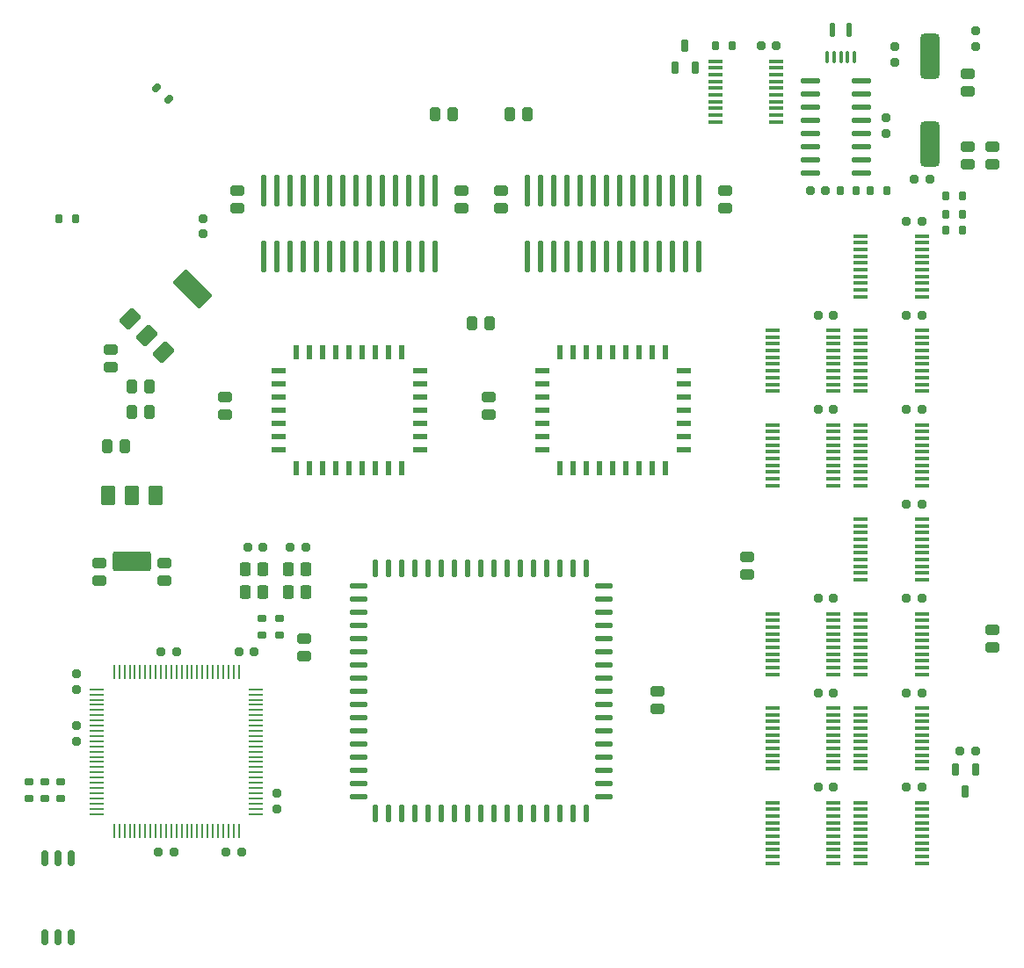
<source format=gtp>
G04 #@! TF.GenerationSoftware,KiCad,Pcbnew,(6.0.2-0)*
G04 #@! TF.CreationDate,2022-05-23T05:02:26-04:00*
G04 #@! TF.ProjectId,WarpSE,57617270-5345-42e6-9b69-6361645f7063,rev?*
G04 #@! TF.SameCoordinates,Original*
G04 #@! TF.FileFunction,Paste,Top*
G04 #@! TF.FilePolarity,Positive*
%FSLAX46Y46*%
G04 Gerber Fmt 4.6, Leading zero omitted, Abs format (unit mm)*
G04 Created by KiCad (PCBNEW (6.0.2-0)) date 2022-05-23 05:02:26*
%MOMM*%
%LPD*%
G01*
G04 APERTURE LIST*
G04 Aperture macros list*
%AMRoundRect*
0 Rectangle with rounded corners*
0 $1 Rounding radius*
0 $2 $3 $4 $5 $6 $7 $8 $9 X,Y pos of 4 corners*
0 Add a 4 corners polygon primitive as box body*
4,1,4,$2,$3,$4,$5,$6,$7,$8,$9,$2,$3,0*
0 Add four circle primitives for the rounded corners*
1,1,$1+$1,$2,$3*
1,1,$1+$1,$4,$5*
1,1,$1+$1,$6,$7*
1,1,$1+$1,$8,$9*
0 Add four rect primitives between the rounded corners*
20,1,$1+$1,$2,$3,$4,$5,0*
20,1,$1+$1,$4,$5,$6,$7,0*
20,1,$1+$1,$6,$7,$8,$9,0*
20,1,$1+$1,$8,$9,$2,$3,0*%
G04 Aperture macros list end*
%ADD10RoundRect,0.237500X-0.437500X0.262500X-0.437500X-0.262500X0.437500X-0.262500X0.437500X0.262500X0*%
%ADD11RoundRect,0.237500X0.262500X0.437500X-0.262500X0.437500X-0.262500X-0.437500X0.262500X-0.437500X0*%
%ADD12RoundRect,0.172500X0.212500X0.262500X-0.212500X0.262500X-0.212500X-0.262500X0.212500X-0.262500X0*%
%ADD13RoundRect,0.237500X-0.262500X-0.437500X0.262500X-0.437500X0.262500X0.437500X-0.262500X0.437500X0*%
%ADD14RoundRect,0.040000X0.662500X0.075000X-0.662500X0.075000X-0.662500X-0.075000X0.662500X-0.075000X0*%
%ADD15RoundRect,0.040000X0.075000X0.662500X-0.075000X0.662500X-0.075000X-0.662500X0.075000X-0.662500X0*%
%ADD16RoundRect,0.237500X0.437500X-0.262500X0.437500X0.262500X-0.437500X0.262500X-0.437500X-0.262500X0*%
%ADD17RoundRect,0.250000X-0.176777X-0.813173X0.813173X0.176777X0.176777X0.813173X-0.813173X-0.176777X0*%
%ADD18RoundRect,0.250000X0.636396X-1.626346X1.626346X-0.636396X-0.636396X1.626346X-1.626346X0.636396X0*%
%ADD19RoundRect,0.125000X-0.150000X1.374000X-0.150000X-1.374000X0.150000X-1.374000X0.150000X1.374000X0*%
%ADD20RoundRect,0.172500X-0.212500X-0.262500X0.212500X-0.262500X0.212500X0.262500X-0.212500X0.262500X0*%
%ADD21RoundRect,0.072500X-0.612500X-0.112500X0.612500X-0.112500X0.612500X0.112500X-0.612500X0.112500X0*%
%ADD22RoundRect,0.172500X-0.262500X0.212500X-0.262500X-0.212500X0.262500X-0.212500X0.262500X0.212500X0*%
%ADD23RoundRect,0.172500X0.262500X-0.212500X0.262500X0.212500X-0.262500X0.212500X-0.262500X-0.212500X0*%
%ADD24RoundRect,0.125000X-0.300000X0.175000X-0.300000X-0.175000X0.300000X-0.175000X0.300000X0.175000X0*%
%ADD25RoundRect,0.250000X-0.300000X0.400000X-0.300000X-0.400000X0.300000X-0.400000X0.300000X0.400000X0*%
%ADD26RoundRect,0.125000X0.587500X-0.150000X0.587500X0.150000X-0.587500X0.150000X-0.587500X-0.150000X0*%
%ADD27RoundRect,0.125000X0.150000X-0.587500X0.150000X0.587500X-0.150000X0.587500X-0.150000X-0.587500X0*%
%ADD28RoundRect,0.125000X-0.150000X-0.700000X0.150000X-0.700000X0.150000X0.700000X-0.150000X0.700000X0*%
%ADD29RoundRect,0.125000X-0.700000X-0.150000X0.700000X-0.150000X0.700000X0.150000X-0.700000X0.150000X0*%
%ADD30RoundRect,0.250000X-0.450000X0.700000X-0.450000X-0.700000X0.450000X-0.700000X0.450000X0.700000X0*%
%ADD31RoundRect,0.250000X-1.600000X0.700000X-1.600000X-0.700000X1.600000X-0.700000X1.600000X0.700000X0*%
%ADD32RoundRect,0.030000X0.120000X0.545000X-0.120000X0.545000X-0.120000X-0.545000X0.120000X-0.545000X0*%
%ADD33RoundRect,0.125000X0.150000X0.525000X-0.150000X0.525000X-0.150000X-0.525000X0.150000X-0.525000X0*%
%ADD34RoundRect,0.125000X0.175000X0.300000X-0.175000X0.300000X-0.175000X-0.300000X0.175000X-0.300000X0*%
%ADD35RoundRect,0.125000X0.335876X0.088388X0.088388X0.335876X-0.335876X-0.088388X-0.088388X-0.335876X0*%
%ADD36RoundRect,0.150000X-0.200000X0.475000X-0.200000X-0.475000X0.200000X-0.475000X0.200000X0.475000X0*%
%ADD37RoundRect,0.165000X0.190000X-0.572000X0.190000X0.572000X-0.190000X0.572000X-0.190000X-0.572000X0*%
%ADD38RoundRect,0.125000X-0.175000X-0.300000X0.175000X-0.300000X0.175000X0.300000X-0.175000X0.300000X0*%
%ADD39RoundRect,0.125000X0.825000X0.150000X-0.825000X0.150000X-0.825000X-0.150000X0.825000X-0.150000X0*%
%ADD40RoundRect,0.450000X-0.500000X1.750000X-0.500000X-1.750000X0.500000X-1.750000X0.500000X1.750000X0*%
%ADD41RoundRect,0.150000X0.200000X-0.475000X0.200000X0.475000X-0.200000X0.475000X-0.200000X-0.475000X0*%
G04 APERTURE END LIST*
D10*
X112903000Y-70358000D03*
X112903000Y-72058000D03*
D11*
X116649500Y-73914000D03*
X114949500Y-73914000D03*
X116649500Y-76327000D03*
X114949500Y-76327000D03*
D12*
X131700000Y-89400000D03*
X130200000Y-89400000D03*
D13*
X112550000Y-79650000D03*
X114250000Y-79650000D03*
D14*
X126912500Y-115100000D03*
X126912500Y-114600000D03*
X126912500Y-114100000D03*
X126912500Y-113600000D03*
X126912500Y-113100000D03*
X126912500Y-112600000D03*
X126912500Y-112100000D03*
X126912500Y-111600000D03*
X126912500Y-111100000D03*
X126912500Y-110600000D03*
X126912500Y-110100000D03*
X126912500Y-109600000D03*
X126912500Y-109100000D03*
X126912500Y-108600000D03*
X126912500Y-108100000D03*
X126912500Y-107600000D03*
X126912500Y-107100000D03*
X126912500Y-106600000D03*
X126912500Y-106100000D03*
X126912500Y-105600000D03*
X126912500Y-105100000D03*
X126912500Y-104600000D03*
X126912500Y-104100000D03*
X126912500Y-103600000D03*
X126912500Y-103100000D03*
D15*
X125250000Y-101437500D03*
X124750000Y-101437500D03*
X124250000Y-101437500D03*
X123750000Y-101437500D03*
X123250000Y-101437500D03*
X122750000Y-101437500D03*
X122250000Y-101437500D03*
X121750000Y-101437500D03*
X121250000Y-101437500D03*
X120750000Y-101437500D03*
X120250000Y-101437500D03*
X119750000Y-101437500D03*
X119250000Y-101437500D03*
X118750000Y-101437500D03*
X118250000Y-101437500D03*
X117750000Y-101437500D03*
X117250000Y-101437500D03*
X116750000Y-101437500D03*
X116250000Y-101437500D03*
X115750000Y-101437500D03*
X115250000Y-101437500D03*
X114750000Y-101437500D03*
X114250000Y-101437500D03*
X113750000Y-101437500D03*
X113250000Y-101437500D03*
D14*
X111587500Y-103100000D03*
X111587500Y-103600000D03*
X111587500Y-104100000D03*
X111587500Y-104600000D03*
X111587500Y-105100000D03*
X111587500Y-105600000D03*
X111587500Y-106100000D03*
X111587500Y-106600000D03*
X111587500Y-107100000D03*
X111587500Y-107600000D03*
X111587500Y-108100000D03*
X111587500Y-108600000D03*
X111587500Y-109100000D03*
X111587500Y-109600000D03*
X111587500Y-110100000D03*
X111587500Y-110600000D03*
X111587500Y-111100000D03*
X111587500Y-111600000D03*
X111587500Y-112100000D03*
X111587500Y-112600000D03*
X111587500Y-113100000D03*
X111587500Y-113600000D03*
X111587500Y-114100000D03*
X111587500Y-114600000D03*
X111587500Y-115100000D03*
D15*
X113250000Y-116762500D03*
X113750000Y-116762500D03*
X114250000Y-116762500D03*
X114750000Y-116762500D03*
X115250000Y-116762500D03*
X115750000Y-116762500D03*
X116250000Y-116762500D03*
X116750000Y-116762500D03*
X117250000Y-116762500D03*
X117750000Y-116762500D03*
X118250000Y-116762500D03*
X118750000Y-116762500D03*
X119250000Y-116762500D03*
X119750000Y-116762500D03*
X120250000Y-116762500D03*
X120750000Y-116762500D03*
X121250000Y-116762500D03*
X121750000Y-116762500D03*
X122250000Y-116762500D03*
X122750000Y-116762500D03*
X123250000Y-116762500D03*
X123750000Y-116762500D03*
X124250000Y-116762500D03*
X124750000Y-116762500D03*
X125250000Y-116762500D03*
D16*
X195453000Y-45466000D03*
X195453000Y-43766000D03*
D10*
X195453000Y-50800000D03*
X195453000Y-52500000D03*
X197866000Y-50800000D03*
X197866000Y-52500000D03*
D17*
X114746268Y-67351041D03*
X116372614Y-68977386D03*
D18*
X120827386Y-64522614D03*
D17*
X117998959Y-70603732D03*
D19*
X169545000Y-54991000D03*
X168275000Y-54991000D03*
X167005000Y-54991000D03*
X165735000Y-54991000D03*
X164465000Y-54991000D03*
X163195000Y-54991000D03*
X161925000Y-54991000D03*
X160655000Y-54991000D03*
X159385000Y-54991000D03*
X158115000Y-54991000D03*
X156845000Y-54991000D03*
X155575000Y-54991000D03*
X154305000Y-54991000D03*
X153035000Y-54991000D03*
X153035000Y-61341000D03*
X154305000Y-61341000D03*
X155575000Y-61341000D03*
X156845000Y-61341000D03*
X158115000Y-61341000D03*
X159385000Y-61341000D03*
X160655000Y-61341000D03*
X161925000Y-61341000D03*
X163195000Y-61341000D03*
X164465000Y-61341000D03*
X165735000Y-61341000D03*
X167005000Y-61341000D03*
X168275000Y-61341000D03*
X169545000Y-61341000D03*
D20*
X125250000Y-99450000D03*
X126750000Y-99450000D03*
D21*
X176650000Y-95800000D03*
X176650000Y-96450000D03*
X176650000Y-97100000D03*
X176650000Y-97750000D03*
X176650000Y-98400000D03*
X176650000Y-99050000D03*
X176650000Y-99700000D03*
X176650000Y-100350000D03*
X176650000Y-101000000D03*
X176650000Y-101650000D03*
X182550000Y-101650000D03*
X182550000Y-101000000D03*
X182550000Y-100350000D03*
X182550000Y-99700000D03*
X182550000Y-99050000D03*
X182550000Y-98400000D03*
X182550000Y-97750000D03*
X182550000Y-97100000D03*
X182550000Y-96450000D03*
X182550000Y-95800000D03*
D12*
X182550000Y-94350000D03*
X181050000Y-94350000D03*
X191050000Y-57950000D03*
X189550000Y-57950000D03*
X191050000Y-94350000D03*
X189550000Y-94350000D03*
X191050000Y-85250000D03*
X189550000Y-85250000D03*
X182550000Y-112550000D03*
X181050000Y-112550000D03*
X191050000Y-112550000D03*
X189550000Y-112550000D03*
X191050000Y-67050000D03*
X189550000Y-67050000D03*
X182550000Y-67050000D03*
X181050000Y-67050000D03*
X182550000Y-76150000D03*
X181050000Y-76150000D03*
X182550000Y-103450000D03*
X181050000Y-103450000D03*
X191050000Y-103450000D03*
X189550000Y-103450000D03*
D16*
X197866000Y-99060000D03*
X197866000Y-97360000D03*
D10*
X131572000Y-98171000D03*
X131572000Y-99871000D03*
X165608000Y-103251000D03*
X165608000Y-104951000D03*
D21*
X176650000Y-68500000D03*
X176650000Y-69150000D03*
X176650000Y-69800000D03*
X176650000Y-70450000D03*
X176650000Y-71100000D03*
X176650000Y-71750000D03*
X176650000Y-72400000D03*
X176650000Y-73050000D03*
X176650000Y-73700000D03*
X176650000Y-74350000D03*
X182550000Y-74350000D03*
X182550000Y-73700000D03*
X182550000Y-73050000D03*
X182550000Y-72400000D03*
X182550000Y-71750000D03*
X182550000Y-71100000D03*
X182550000Y-70450000D03*
X182550000Y-69800000D03*
X182550000Y-69150000D03*
X182550000Y-68500000D03*
X176650000Y-77600000D03*
X176650000Y-78250000D03*
X176650000Y-78900000D03*
X176650000Y-79550000D03*
X176650000Y-80200000D03*
X176650000Y-80850000D03*
X176650000Y-81500000D03*
X176650000Y-82150000D03*
X176650000Y-82800000D03*
X176650000Y-83450000D03*
X182550000Y-83450000D03*
X182550000Y-82800000D03*
X182550000Y-82150000D03*
X182550000Y-81500000D03*
X182550000Y-80850000D03*
X182550000Y-80200000D03*
X182550000Y-79550000D03*
X182550000Y-78900000D03*
X182550000Y-78250000D03*
X182550000Y-77600000D03*
X185150000Y-59400000D03*
X185150000Y-60050000D03*
X185150000Y-60700000D03*
X185150000Y-61350000D03*
X185150000Y-62000000D03*
X185150000Y-62650000D03*
X185150000Y-63300000D03*
X185150000Y-63950000D03*
X185150000Y-64600000D03*
X185150000Y-65250000D03*
X191050000Y-65250000D03*
X191050000Y-64600000D03*
X191050000Y-63950000D03*
X191050000Y-63300000D03*
X191050000Y-62650000D03*
X191050000Y-62000000D03*
X191050000Y-61350000D03*
X191050000Y-60700000D03*
X191050000Y-60050000D03*
X191050000Y-59400000D03*
X185150000Y-68500000D03*
X185150000Y-69150000D03*
X185150000Y-69800000D03*
X185150000Y-70450000D03*
X185150000Y-71100000D03*
X185150000Y-71750000D03*
X185150000Y-72400000D03*
X185150000Y-73050000D03*
X185150000Y-73700000D03*
X185150000Y-74350000D03*
X191050000Y-74350000D03*
X191050000Y-73700000D03*
X191050000Y-73050000D03*
X191050000Y-72400000D03*
X191050000Y-71750000D03*
X191050000Y-71100000D03*
X191050000Y-70450000D03*
X191050000Y-69800000D03*
X191050000Y-69150000D03*
X191050000Y-68500000D03*
X185150000Y-86700000D03*
X185150000Y-87350000D03*
X185150000Y-88000000D03*
X185150000Y-88650000D03*
X185150000Y-89300000D03*
X185150000Y-89950000D03*
X185150000Y-90600000D03*
X185150000Y-91250000D03*
X185150000Y-91900000D03*
X185150000Y-92550000D03*
X191050000Y-92550000D03*
X191050000Y-91900000D03*
X191050000Y-91250000D03*
X191050000Y-90600000D03*
X191050000Y-89950000D03*
X191050000Y-89300000D03*
X191050000Y-88650000D03*
X191050000Y-88000000D03*
X191050000Y-87350000D03*
X191050000Y-86700000D03*
X185150000Y-77600000D03*
X185150000Y-78250000D03*
X185150000Y-78900000D03*
X185150000Y-79550000D03*
X185150000Y-80200000D03*
X185150000Y-80850000D03*
X185150000Y-81500000D03*
X185150000Y-82150000D03*
X185150000Y-82800000D03*
X185150000Y-83450000D03*
X191050000Y-83450000D03*
X191050000Y-82800000D03*
X191050000Y-82150000D03*
X191050000Y-81500000D03*
X191050000Y-80850000D03*
X191050000Y-80200000D03*
X191050000Y-79550000D03*
X191050000Y-78900000D03*
X191050000Y-78250000D03*
X191050000Y-77600000D03*
X176650000Y-104900000D03*
X176650000Y-105550000D03*
X176650000Y-106200000D03*
X176650000Y-106850000D03*
X176650000Y-107500000D03*
X176650000Y-108150000D03*
X176650000Y-108800000D03*
X176650000Y-109450000D03*
X176650000Y-110100000D03*
X176650000Y-110750000D03*
X182550000Y-110750000D03*
X182550000Y-110100000D03*
X182550000Y-109450000D03*
X182550000Y-108800000D03*
X182550000Y-108150000D03*
X182550000Y-107500000D03*
X182550000Y-106850000D03*
X182550000Y-106200000D03*
X182550000Y-105550000D03*
X182550000Y-104900000D03*
X176650000Y-114000000D03*
X176650000Y-114650000D03*
X176650000Y-115300000D03*
X176650000Y-115950000D03*
X176650000Y-116600000D03*
X176650000Y-117250000D03*
X176650000Y-117900000D03*
X176650000Y-118550000D03*
X176650000Y-119200000D03*
X176650000Y-119850000D03*
X182550000Y-119850000D03*
X182550000Y-119200000D03*
X182550000Y-118550000D03*
X182550000Y-117900000D03*
X182550000Y-117250000D03*
X182550000Y-116600000D03*
X182550000Y-115950000D03*
X182550000Y-115300000D03*
X182550000Y-114650000D03*
X182550000Y-114000000D03*
X185150000Y-95800000D03*
X185150000Y-96450000D03*
X185150000Y-97100000D03*
X185150000Y-97750000D03*
X185150000Y-98400000D03*
X185150000Y-99050000D03*
X185150000Y-99700000D03*
X185150000Y-100350000D03*
X185150000Y-101000000D03*
X185150000Y-101650000D03*
X191050000Y-101650000D03*
X191050000Y-101000000D03*
X191050000Y-100350000D03*
X191050000Y-99700000D03*
X191050000Y-99050000D03*
X191050000Y-98400000D03*
X191050000Y-97750000D03*
X191050000Y-97100000D03*
X191050000Y-96450000D03*
X191050000Y-95800000D03*
X185150000Y-104900000D03*
X185150000Y-105550000D03*
X185150000Y-106200000D03*
X185150000Y-106850000D03*
X185150000Y-107500000D03*
X185150000Y-108150000D03*
X185150000Y-108800000D03*
X185150000Y-109450000D03*
X185150000Y-110100000D03*
X185150000Y-110750000D03*
X191050000Y-110750000D03*
X191050000Y-110100000D03*
X191050000Y-109450000D03*
X191050000Y-108800000D03*
X191050000Y-108150000D03*
X191050000Y-107500000D03*
X191050000Y-106850000D03*
X191050000Y-106200000D03*
X191050000Y-105550000D03*
X191050000Y-104900000D03*
X185150000Y-114000000D03*
X185150000Y-114650000D03*
X185150000Y-115300000D03*
X185150000Y-115950000D03*
X185150000Y-116600000D03*
X185150000Y-117250000D03*
X185150000Y-117900000D03*
X185150000Y-118550000D03*
X185150000Y-119200000D03*
X185150000Y-119850000D03*
X191050000Y-119850000D03*
X191050000Y-119200000D03*
X191050000Y-118550000D03*
X191050000Y-117900000D03*
X191050000Y-117250000D03*
X191050000Y-116600000D03*
X191050000Y-115950000D03*
X191050000Y-115300000D03*
X191050000Y-114650000D03*
X191050000Y-114000000D03*
D19*
X144145000Y-54991000D03*
X142875000Y-54991000D03*
X141605000Y-54991000D03*
X140335000Y-54991000D03*
X139065000Y-54991000D03*
X137795000Y-54991000D03*
X136525000Y-54991000D03*
X135255000Y-54991000D03*
X133985000Y-54991000D03*
X132715000Y-54991000D03*
X131445000Y-54991000D03*
X130175000Y-54991000D03*
X128905000Y-54991000D03*
X127635000Y-54991000D03*
X127635000Y-61341000D03*
X128905000Y-61341000D03*
X130175000Y-61341000D03*
X131445000Y-61341000D03*
X132715000Y-61341000D03*
X133985000Y-61341000D03*
X135255000Y-61341000D03*
X136525000Y-61341000D03*
X137795000Y-61341000D03*
X139065000Y-61341000D03*
X140335000Y-61341000D03*
X141605000Y-61341000D03*
X142875000Y-61341000D03*
X144145000Y-61341000D03*
D12*
X127600000Y-89400000D03*
X126100000Y-89400000D03*
D20*
X124000000Y-118750000D03*
X125500000Y-118750000D03*
D22*
X109600000Y-106600000D03*
X109600000Y-108100000D03*
D12*
X119000000Y-118750000D03*
X117500000Y-118750000D03*
X119250000Y-99450000D03*
X117750000Y-99450000D03*
D22*
X128900000Y-113100000D03*
X128900000Y-114600000D03*
D23*
X109600000Y-103100000D03*
X109600000Y-101600000D03*
D24*
X129150000Y-96300000D03*
X129150000Y-97900000D03*
X127450000Y-96300000D03*
X127450000Y-97900000D03*
X106553000Y-111976000D03*
X106553000Y-113576000D03*
X108077000Y-111976000D03*
X108077000Y-113576000D03*
D25*
X130000000Y-91500000D03*
X130000000Y-93700000D03*
X131700000Y-93700000D03*
X131700000Y-91500000D03*
X125900000Y-91500000D03*
X125900000Y-93700000D03*
X127600000Y-93700000D03*
X127600000Y-91500000D03*
D26*
X129052500Y-76200000D03*
X129052500Y-77470000D03*
X129052500Y-78740000D03*
X129052500Y-80010000D03*
D27*
X130810000Y-81762500D03*
X132080000Y-81762500D03*
X133350000Y-81762500D03*
X134620000Y-81762500D03*
X135890000Y-81762500D03*
X137160000Y-81762500D03*
X138430000Y-81762500D03*
X139700000Y-81762500D03*
X140970000Y-81762500D03*
D26*
X142727500Y-80010000D03*
X142727500Y-78740000D03*
X142727500Y-77470000D03*
X142727500Y-76200000D03*
X142727500Y-74930000D03*
X142727500Y-73660000D03*
X142727500Y-72390000D03*
D27*
X140970000Y-70637500D03*
X139700000Y-70637500D03*
X138430000Y-70637500D03*
X137160000Y-70637500D03*
X135890000Y-70637500D03*
X134620000Y-70637500D03*
X133350000Y-70637500D03*
X132080000Y-70637500D03*
X130810000Y-70637500D03*
D26*
X129052500Y-72390000D03*
X129052500Y-73660000D03*
X129052500Y-74930000D03*
X154452500Y-76200000D03*
X154452500Y-77470000D03*
X154452500Y-78740000D03*
X154452500Y-80010000D03*
D27*
X156210000Y-81762500D03*
X157480000Y-81762500D03*
X158750000Y-81762500D03*
X160020000Y-81762500D03*
X161290000Y-81762500D03*
X162560000Y-81762500D03*
X163830000Y-81762500D03*
X165100000Y-81762500D03*
X166370000Y-81762500D03*
D26*
X168127500Y-80010000D03*
X168127500Y-78740000D03*
X168127500Y-77470000D03*
X168127500Y-76200000D03*
X168127500Y-74930000D03*
X168127500Y-73660000D03*
X168127500Y-72390000D03*
D27*
X166370000Y-70637500D03*
X165100000Y-70637500D03*
X163830000Y-70637500D03*
X162560000Y-70637500D03*
X161290000Y-70637500D03*
X160020000Y-70637500D03*
X158750000Y-70637500D03*
X157480000Y-70637500D03*
X156210000Y-70637500D03*
D26*
X154452500Y-72390000D03*
X154452500Y-73660000D03*
X154452500Y-74930000D03*
D28*
X148590000Y-91451000D03*
X147320000Y-91451000D03*
X146050000Y-91451000D03*
X144780000Y-91451000D03*
X143510000Y-91451000D03*
X142240000Y-91451000D03*
X140970000Y-91451000D03*
X139700000Y-91451000D03*
X138430000Y-91451000D03*
D29*
X136790000Y-93091000D03*
X136790000Y-94361000D03*
X136790000Y-95631000D03*
X136790000Y-96901000D03*
X136790000Y-98171000D03*
X136790000Y-99441000D03*
X136790000Y-100711000D03*
X136790000Y-101981000D03*
X136790000Y-103251000D03*
X136790000Y-104521000D03*
X136790000Y-105791000D03*
X136790000Y-107061000D03*
X136790000Y-108331000D03*
X136790000Y-109601000D03*
X136790000Y-110871000D03*
X136790000Y-112141000D03*
X136790000Y-113411000D03*
D28*
X138430000Y-115051000D03*
X139700000Y-115051000D03*
X140970000Y-115051000D03*
X142240000Y-115051000D03*
X143510000Y-115051000D03*
X144780000Y-115051000D03*
X146050000Y-115051000D03*
X147320000Y-115051000D03*
X148590000Y-115051000D03*
X149860000Y-115051000D03*
X151130000Y-115051000D03*
X152400000Y-115051000D03*
X153670000Y-115051000D03*
X154940000Y-115051000D03*
X156210000Y-115051000D03*
X157480000Y-115051000D03*
X158750000Y-115051000D03*
D29*
X160390000Y-113411000D03*
X160390000Y-112141000D03*
X160390000Y-110871000D03*
X160390000Y-109601000D03*
X160390000Y-108331000D03*
X160390000Y-107061000D03*
X160390000Y-105791000D03*
X160390000Y-104521000D03*
X160390000Y-103251000D03*
X160390000Y-101981000D03*
X160390000Y-100711000D03*
X160390000Y-99441000D03*
X160390000Y-98171000D03*
X160390000Y-96901000D03*
X160390000Y-95631000D03*
X160390000Y-94361000D03*
X160390000Y-93091000D03*
D28*
X158750000Y-91451000D03*
X157480000Y-91451000D03*
X156210000Y-91451000D03*
X154940000Y-91451000D03*
X153670000Y-91451000D03*
X152400000Y-91451000D03*
X151130000Y-91451000D03*
X149860000Y-91451000D03*
D30*
X117250000Y-84450000D03*
X114950000Y-84450000D03*
D31*
X114950000Y-90750000D03*
D30*
X112650000Y-84450000D03*
D10*
X111800000Y-90950000D03*
X111800000Y-92650000D03*
X118100000Y-90950000D03*
X118100000Y-92650000D03*
X123952000Y-74930000D03*
X123952000Y-76630000D03*
X149352000Y-74930000D03*
X149352000Y-76630000D03*
X172085000Y-54991000D03*
X172085000Y-56691000D03*
X125095000Y-54991000D03*
X125095000Y-56691000D03*
X146685000Y-54991000D03*
X146685000Y-56691000D03*
X150495000Y-54991000D03*
X150495000Y-56691000D03*
D12*
X191050000Y-76150000D03*
X189550000Y-76150000D03*
D32*
X184550000Y-42187500D03*
X183900000Y-42187500D03*
X183250000Y-42187500D03*
X182600000Y-42187500D03*
X181950000Y-42187500D03*
D33*
X182450000Y-39537500D03*
X184050000Y-39537500D03*
D34*
X109550000Y-57750000D03*
X107950000Y-57750000D03*
D35*
X118479370Y-46216370D03*
X117348000Y-45085000D03*
D36*
X196200000Y-110800000D03*
X194300000Y-110800000D03*
X195250000Y-112900000D03*
D37*
X106553000Y-127000000D03*
X107823000Y-127000000D03*
X109093000Y-127000000D03*
X109093000Y-119380000D03*
X107823000Y-119380000D03*
X106553000Y-119380000D03*
D24*
X105029000Y-111976000D03*
X105029000Y-113576000D03*
D23*
X187579000Y-49530000D03*
X187579000Y-48030000D03*
D12*
X191800000Y-53900000D03*
X190300000Y-53900000D03*
D34*
X172750000Y-41050000D03*
X171150000Y-41050000D03*
D38*
X186106000Y-54991000D03*
X187706000Y-54991000D03*
D34*
X194950000Y-58850000D03*
X193350000Y-58850000D03*
D21*
X171150000Y-42550000D03*
X171150000Y-43200000D03*
X171150000Y-43850000D03*
X171150000Y-44500000D03*
X171150000Y-45150000D03*
X171150000Y-45800000D03*
X171150000Y-46450000D03*
X171150000Y-47100000D03*
X171150000Y-47750000D03*
X171150000Y-48400000D03*
X177050000Y-48400000D03*
X177050000Y-47750000D03*
X177050000Y-47100000D03*
X177050000Y-46450000D03*
X177050000Y-45800000D03*
X177050000Y-45150000D03*
X177050000Y-44500000D03*
X177050000Y-43850000D03*
X177050000Y-43200000D03*
X177050000Y-42550000D03*
D12*
X196200000Y-109050000D03*
X194700000Y-109050000D03*
D10*
X174250000Y-90300000D03*
X174250000Y-92000000D03*
D38*
X183159500Y-54991000D03*
X184759500Y-54991000D03*
D39*
X185228000Y-53340000D03*
X185228000Y-52070000D03*
X185228000Y-50800000D03*
X185228000Y-49530000D03*
X185228000Y-48260000D03*
X185228000Y-46990000D03*
X185228000Y-45720000D03*
X185228000Y-44450000D03*
X180278000Y-44450000D03*
X180278000Y-45720000D03*
X180278000Y-46990000D03*
X180278000Y-48260000D03*
X180278000Y-49530000D03*
X180278000Y-50800000D03*
X180278000Y-52070000D03*
X180278000Y-53340000D03*
D20*
X180276500Y-54991000D03*
X181776500Y-54991000D03*
D40*
X191800000Y-42050000D03*
X191800000Y-50550000D03*
D41*
X167300000Y-43150000D03*
X169200000Y-43150000D03*
X168250000Y-41050000D03*
D34*
X194950000Y-57350000D03*
X193350000Y-57350000D03*
D23*
X188450000Y-42650000D03*
X188450000Y-41150000D03*
D12*
X177050000Y-41050000D03*
X175550000Y-41050000D03*
D22*
X121850000Y-57700000D03*
X121850000Y-59200000D03*
X196200000Y-39650000D03*
X196200000Y-41150000D03*
D34*
X194950000Y-55550000D03*
X193350000Y-55550000D03*
D13*
X144145000Y-47625000D03*
X145845000Y-47625000D03*
D11*
X153035000Y-47625000D03*
X151335000Y-47625000D03*
D13*
X147750000Y-67850000D03*
X149450000Y-67850000D03*
M02*

</source>
